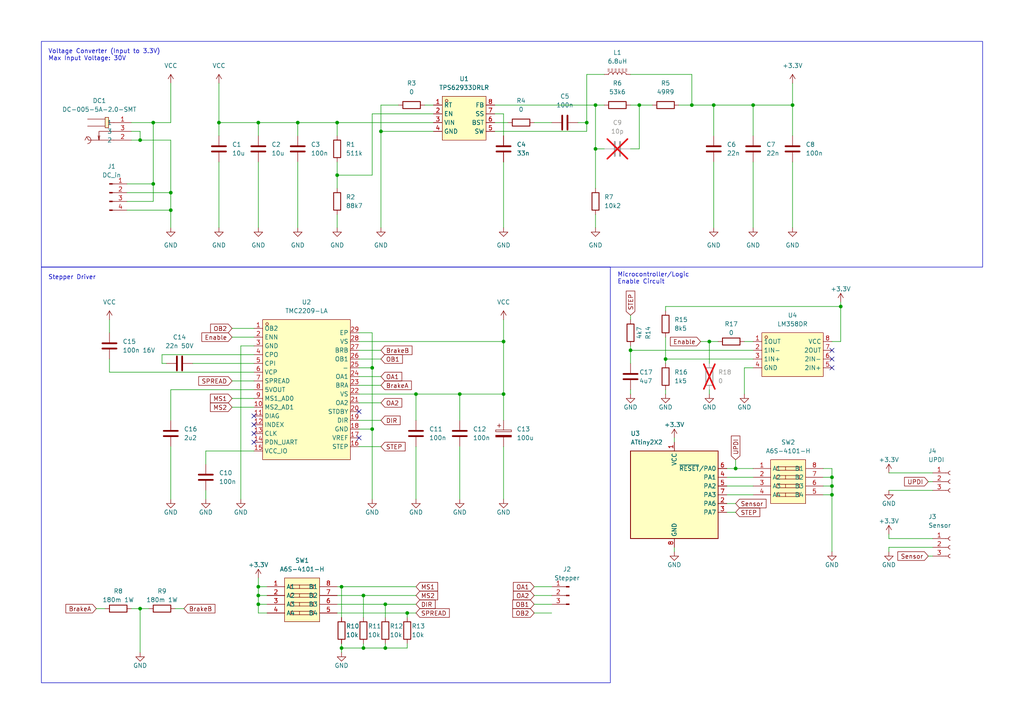
<source format=kicad_sch>
(kicad_sch (version 20230121) (generator eeschema)
  (paper "A4")
  (title_block (title "SuperSoaper") (date "2023-12-22") (rev "0.1.0") (company "Patrick Lermer") (comment 2 "OP-Amp: http://tinyurl.com/4c4j7ekx"))
  (lib_symbols
    (symbol "Connector:Conn_01x03_Pin" (pin_names (offset 1.016) hide)
      (property "Reference" "J" (at 0 5.08 0))
      (property "Value" "Conn_01x03_Pin" (at 0 -5.08 0))
      (symbol "Conn_01x03_Pin_1_1"
        (polyline (pts (xy 1.27 -2.54) (xy 0.8636 -2.54)) (stroke (width 0.1524)))
        (polyline (pts (xy 1.27 0) (xy 0.8636 0)) (stroke (width 0.1524)))
        (polyline (pts (xy 1.27 2.54) (xy 0.8636 2.54)) (stroke (width 0.1524)))
        (rectangle (start 0.8636 -2.413) (end 0 -2.667) (stroke (width 0.1524)) (fill (type outline)))
        (rectangle (start 0.8636 0.127) (end 0 -0.127) (stroke (width 0.1524)) (fill (type outline)))
        (rectangle (start 0.8636 2.667) (end 0 2.413) (stroke (width 0.1524)) (fill (type outline)))
        (pin passive line (at 5.08 2.54 180) (length 3.81) (name "Pin_1") (number "1"))
        (pin passive line (at 5.08 0 180) (length 3.81) (name "Pin_2") (number "2"))
        (pin passive line (at 5.08 -2.54 180) (length 3.81) (name "Pin_3") (number "3"))
      )
    )
    (symbol "Connector:Conn_01x03_Socket" (pin_names (offset 1.016) hide)
      (property "Reference" "J" (at 0 5.08 0))
      (property "Value" "Conn_01x03_Socket" (at 0 -5.08 0))
      (symbol "Conn_01x03_Socket_1_1"
        (arc (start 0 -2.032) (mid -0.5058 -2.54) (end 0 -3.048) (stroke (width 0.1524)))
        (polyline (pts (xy -1.27 -2.54) (xy -0.508 -2.54)) (stroke (width 0.1524)))
        (polyline (pts (xy -1.27 0) (xy -0.508 0)) (stroke (width 0.1524)))
        (polyline (pts (xy -1.27 2.54) (xy -0.508 2.54)) (stroke (width 0.1524)))
        (arc (start 0 0.508) (mid -0.5058 0) (end 0 -0.508) (stroke (width 0.1524)))
        (arc (start 0 3.048) (mid -0.5058 2.54) (end 0 2.032) (stroke (width 0.1524)))
        (pin passive line (at -5.08 2.54 0) (length 3.81) (name "Pin_1") (number "1"))
        (pin passive line (at -5.08 0 0) (length 3.81) (name "Pin_2") (number "2"))
        (pin passive line (at -5.08 -2.54 0) (length 3.81) (name "Pin_3") (number "3"))
      )
    )
    (symbol "Connector:Conn_01x04_Pin" (pin_names (offset 1.016) hide)
      (property "Reference" "J" (at 0 5.08 0))
      (property "Value" "Conn_01x04_Pin" (at 0 -7.62 0))
      (symbol "Conn_01x04_Pin_1_1"
        (polyline (pts (xy 1.27 -5.08) (xy 0.8636 -5.08)) (stroke (width 0.1524)))
        (polyline (pts (xy 1.27 -2.54) (xy 0.8636 -2.54)) (stroke (width 0.1524)))
        (polyline (pts (xy 1.27 0) (xy 0.8636 0)) (stroke (width 0.1524)))
        (polyline (pts (xy 1.27 2.54) (xy 0.8636 2.54)) (stroke (width 0.1524)))
        (rectangle (start 0.8636 -4.953) (end 0 -5.207) (stroke (width 0.1524)) (fill (type outline)))
        (rectangle (start 0.8636 -2.413) (end 0 -2.667) (stroke (width 0.1524)) (fill (type outline)))
        (rectangle (start 0.8636 0.127) (end 0 -0.127) (stroke (width 0.1524)) (fill (type outline)))
        (rectangle (start 0.8636 2.667) (end 0 2.413) (stroke (width 0.1524)) (fill (type outline)))
        (pin passive line (at 5.08 2.54 180) (length 3.81) (name "Pin_1") (number "1"))
        (pin passive line (at 5.08 0 180) (length 3.81) (name "Pin_2") (number "2"))
        (pin passive line (at 5.08 -2.54 180) (length 3.81) (name "Pin_3") (number "3"))
        (pin passive line (at 5.08 -5.08 180) (length 3.81) (name "Pin_4") (number "4"))
      )
    )
    (symbol "Device:C" (pin_numbers hide) (pin_names (offset 0.254))
      (property "Reference" "C" (at 0.635 2.54 0))
      (property "Value" "C" (at 0.635 -2.54 0))
      (symbol "C_0_1"
        (polyline (pts (xy -2.032 -0.762) (xy 2.032 -0.762)) (stroke (width 0.508)))
        (polyline (pts (xy -2.032 0.762) (xy 2.032 0.762)) (stroke (width 0.508)))
      )
      (symbol "C_1_1"
        (pin passive line (at 0 3.81 270) (length 2.794) (name "~") (number "1"))
        (pin passive line (at 0 -3.81 90) (length 2.794) (name "~") (number "2"))
      )
    )
    (symbol "Device:C_Polarized" (pin_numbers hide) (pin_names (offset 0.254))
      (property "Reference" "C" (at 0.635 2.54 0))
      (property "Value" "C_Polarized" (at 0.635 -2.54 0))
      (symbol "C_Polarized_0_1"
        (rectangle (start -2.286 0.508) (end 2.286 1.016))
        (polyline (pts (xy -1.778 2.286) (xy -0.762 2.286)))
        (polyline (pts (xy -1.27 2.794) (xy -1.27 1.778)))
        (rectangle (start 2.286 -0.508) (end -2.286 -1.016) (fill (type outline)))
      )
      (symbol "C_Polarized_1_1"
        (pin passive line (at 0 3.81 270) (length 2.794) (name "~") (number "1"))
        (pin passive line (at 0 -3.81 90) (length 2.794) (name "~") (number "2"))
      )
    )
    (symbol "Device:L_Ferrite" (pin_numbers hide) (pin_names (offset 1.016) hide)
      (property "Reference" "L" (at -1.27 0 90))
      (property "Value" "L_Ferrite" (at 2.794 0 90))
      (symbol "L_Ferrite_0_1"
        (arc (start 0 -2.54) (mid 0.6323 -1.905) (end 0 -1.27))
        (arc (start 0 -1.27) (mid 0.6323 -0.635) (end 0 0))
        (polyline (pts (xy 1.016 -2.794) (xy 1.016 -2.286)))
        (polyline (pts (xy 1.016 -1.778) (xy 1.016 -1.27)))
        (polyline (pts (xy 1.016 -0.762) (xy 1.016 -0.254)))
        (polyline (pts (xy 1.016 0.254) (xy 1.016 0.762)))
        (polyline (pts (xy 1.016 1.27) (xy 1.016 1.778)))
        (polyline (pts (xy 1.016 2.286) (xy 1.016 2.794)))
        (polyline (pts (xy 1.524 -2.286) (xy 1.524 -2.794)))
        (polyline (pts (xy 1.524 -1.27) (xy 1.524 -1.778)))
        (polyline (pts (xy 1.524 -0.254) (xy 1.524 -0.762)))
        (polyline (pts (xy 1.524 0.762) (xy 1.524 0.254)))
        (polyline (pts (xy 1.524 1.778) (xy 1.524 1.27)))
        (polyline (pts (xy 1.524 2.794) (xy 1.524 2.286)))
        (arc (start 0 0) (mid 0.6323 0.635) (end 0 1.27))
        (arc (start 0 1.27) (mid 0.6323 1.905) (end 0 2.54))
      )
      (symbol "L_Ferrite_1_1"
        (pin passive line (at 0 3.81 270) (length 1.27) (name "1") (number "1"))
        (pin passive line (at 0 -3.81 90) (length 1.27) (name "2") (number "2"))
      )
    )
    (symbol "Device:R" (pin_numbers hide) (pin_names (offset 0))
      (property "Reference" "R" (at 2.032 0 90))
      (property "Value" "R" (at 0 0 90))
      (symbol "R_0_1"
        (rectangle (start -1.016 -2.54) (end 1.016 2.54) (stroke (width 0.254)))
      )
      (symbol "R_1_1"
        (pin passive line (at 0 3.81 270) (length 1.27) (name "~") (number "1"))
        (pin passive line (at 0 -3.81 90) (length 1.27) (name "~") (number "2"))
      )
    )
    (symbol "MCU_Microchip_ATtiny:ATtiny202-SS"
      (property "Reference" "U" (at -12.7 13.97 0))
      (property "Value" "ATtiny202-SS" (at 2.54 -13.97 0))
      (symbol "ATtiny202-SS_0_1"
        (rectangle (start -12.7 -12.7) (end 12.7 12.7) (stroke (width 0.254)) (fill (type background)))
      )
      (symbol "ATtiny202-SS_1_1"
        (pin power_in line (at 0 15.24 270) (length 2.54) (name "VCC") (number "1"))
        (pin bidirectional line (at 15.24 -2.54 180) (length 2.54) (name "PA6") (number "2"))
        (pin bidirectional line (at 15.24 -5.08 180) (length 2.54) (name "PA7") (number "3"))
        (pin bidirectional line (at 15.24 5.08 180) (length 2.54) (name "PA1") (number "4"))
        (pin bidirectional line (at 15.24 2.54 180) (length 2.54) (name "PA2") (number "5"))
        (pin bidirectional line (at 15.24 7.62 180) (length 2.54) (name "~{RESET}/PA0") (number "6"))
        (pin bidirectional line (at 15.24 0 180) (length 2.54) (name "PA3") (number "7"))
        (pin power_in line (at 0 -15.24 90) (length 2.54) (name "GND") (number "8"))
      )
    )
    (symbol "easyeda2kicad:A6S-4101-H"
      (property "Reference" "SW" (at 0 7.62 0))
      (property "Value" "A6S-4101-H" (at 0 -10.16 0))
      (symbol "A6S-4101-H_0_1"
        (rectangle (start -5.08 5.08) (end 5.08 -7.62) (fill (type background)))
        (polyline (pts (xy -3.3 -5.59) (xy -3.3 -4.57)))
        (polyline (pts (xy -3.3 -4.57) (xy 3.3 -4.57)))
        (polyline (pts (xy -3.3 -3.05) (xy -3.3 -2.03)))
        (polyline (pts (xy -3.3 -2.03) (xy 3.3 -2.03)))
        (polyline (pts (xy -3.3 -0.51) (xy -3.3 0.51)))
        (polyline (pts (xy -3.3 0.51) (xy 3.3 0.51)))
        (polyline (pts (xy -3.3 2.03) (xy -3.3 3.05)))
        (polyline (pts (xy -3.3 3.05) (xy 3.3 3.05)))
        (polyline (pts (xy -0.76 -4.57) (xy -0.76 -5.59)))
        (polyline (pts (xy -0.76 -2.03) (xy -0.76 -3.05)))
        (polyline (pts (xy -0.76 0.51) (xy -0.76 -0.51)))
        (polyline (pts (xy -0.76 3.05) (xy -0.76 2.03)))
        (polyline (pts (xy 3.3 -5.59) (xy -3.3 -5.59)))
        (polyline (pts (xy 3.3 -4.57) (xy 3.3 -5.59)))
        (polyline (pts (xy 3.3 -3.05) (xy -3.3 -3.05)))
        (polyline (pts (xy 3.3 -2.03) (xy 3.3 -3.05)))
        (polyline (pts (xy 3.3 -0.51) (xy -3.3 -0.51)))
        (polyline (pts (xy 3.3 0.51) (xy 3.3 -0.51)))
        (polyline (pts (xy 3.3 2.03) (xy -3.3 2.03)))
        (polyline (pts (xy 3.3 3.05) (xy 3.3 2.03)))
        (pin input line (at -10.16 2.54 0) (length 5.08) (name "A1") (number "1"))
        (pin input line (at -10.16 0 0) (length 5.08) (name "A2") (number "2"))
        (pin input line (at -10.16 -2.54 0) (length 5.08) (name "A3") (number "3"))
        (pin input line (at -10.16 -5.08 0) (length 5.08) (name "A4") (number "4"))
        (pin input line (at 10.16 -5.08 180) (length 5.08) (name "B4") (number "5"))
        (pin input line (at 10.16 -2.54 180) (length 5.08) (name "B3") (number "6"))
        (pin input line (at 10.16 0 180) (length 5.08) (name "B2") (number "7"))
        (pin input line (at 10.16 2.54 180) (length 5.08) (name "B1") (number "8"))
      )
    )
    (symbol "easyeda2kicad:DC-005-5A-2.0-SMT"
      (property "Reference" "DC" (at 0 7.62 0))
      (property "Value" "DC-005-5A-2.0-SMT" (at 0 -7.62 0))
      (symbol "DC-005-5A-2.0-SMT_0_1"
        (arc (start -5.08 -3.56) (mid -4.0979 -2.54) (end -5.08 -1.52))
        (polyline (pts (xy -1.78 -2.54) (xy -1.52 -1.27)))
        (polyline (pts (xy 0 1.52) (xy -5.08 1.52)))
        (polyline (pts (xy 0 3.56) (xy -5.08 3.56)))
        (polyline (pts (xy 2.54 2.54) (xy 1.02 2.54)))
        (polyline (pts (xy 2.54 -2.54) (xy -4.83 -2.54) (xy -5.33 -1.52) (xy -5.84 -2.54)))
        (polyline (pts (xy 2.54 0) (xy -1.78 0) (xy -1.78 -2.54) (xy -2.03 -1.27)))
        (rectangle (start 0 4.06) (end 1.02 1.02) (fill (type background)))
        (pin unspecified line (at 7.62 2.54 180) (length 5.08) (name "1") (number "1"))
        (pin unspecified line (at 7.62 -2.54 180) (length 5.08) (name "2") (number "2"))
        (pin unspecified line (at 7.62 0 180) (length 5.08) (name "3") (number "3"))
      )
    )
    (symbol "easyeda2kicad:LM358DR"
      (property "Reference" "U" (at 0 8.89 0))
      (property "Value" "LM358DR" (at 0 -8.89 0))
      (symbol "LM358DR_0_1"
        (rectangle (start -8.89 6.35) (end 8.89 -6.35) (fill (type background)))
        (circle (center -7.62 5.08) (radius 0.38))
        (pin unspecified line (at -11.43 3.81 0) (length 2.54) (name "1OUT") (number "1"))
        (pin unspecified line (at -11.43 1.27 0) (length 2.54) (name "1IN-") (number "2"))
        (pin unspecified line (at -11.43 -1.27 0) (length 2.54) (name "1IN+") (number "3"))
        (pin unspecified line (at -11.43 -3.81 0) (length 2.54) (name "GND") (number "4"))
        (pin unspecified line (at 11.43 -3.81 180) (length 2.54) (name "2IN+") (number "5"))
        (pin unspecified line (at 11.43 -1.27 180) (length 2.54) (name "2IN-") (number "6"))
        (pin unspecified line (at 11.43 1.27 180) (length 2.54) (name "2OUT") (number "7"))
        (pin unspecified line (at 11.43 3.81 180) (length 2.54) (name "VCC") (number "8"))
      )
    )
    (symbol "easyeda2kicad:TMC2209-LA"
      (property "Reference" "U" (at 0 22.86 0))
      (property "Value" "TMC2209-LA" (at 0 -22.86 0))
      (symbol "TMC2209-LA_0_1"
        (rectangle (start -12.7 20.32) (end 12.7 -20.32) (fill (type background)))
        (circle (center -11.43 19.05) (radius 0.38))
        (pin unspecified line (at -15.24 17.78 0) (length 2.54) (name "OB2") (number "1"))
        (pin unspecified line (at -15.24 -5.08 0) (length 2.54) (name "MS2_AD1") (number "10"))
        (pin unspecified line (at -15.24 -7.62 0) (length 2.54) (name "DIAG") (number "11"))
        (pin unspecified line (at -15.24 -10.16 0) (length 2.54) (name "INDEX") (number "12"))
        (pin unspecified line (at -15.24 -12.7 0) (length 2.54) (name "CLK") (number "13"))
        (pin unspecified line (at -15.24 -15.24 0) (length 2.54) (name "PDN_UART") (number "14"))
        (pin unspecified line (at -15.24 -17.78 0) (length 2.54) (name "VCC_IO") (number "15"))
        (pin unspecified line (at 15.24 -16.51 180) (length 2.54) (name "STEP") (number "16"))
        (pin unspecified line (at 15.24 -13.97 180) (length 2.54) (name "VREF") (number "17"))
        (pin unspecified line (at 15.24 -11.43 180) (length 2.54) (name "GND") (number "18"))
        (pin unspecified line (at 15.24 -8.89 180) (length 2.54) (name "DIR") (number "19"))
        (pin unspecified line (at -15.24 15.24 0) (length 2.54) (name "ENN") (number "2"))
        (pin unspecified line (at 15.24 -6.35 180) (length 2.54) (name "STDBY") (number "20"))
        (pin unspecified line (at 15.24 -3.81 180) (length 2.54) (name "OA2") (number "21"))
        (pin unspecified line (at 15.24 -1.27 180) (length 2.54) (name "VS") (number "22"))
        (pin unspecified line (at 15.24 1.27 180) (length 2.54) (name "BRA") (number "23"))
        (pin unspecified line (at 15.24 3.81 180) (length 2.54) (name "OA1") (number "24"))
        (pin unspecified line (at 15.24 6.35 180) (length 2.54) (name "-") (number "25"))
        (pin unspecified line (at 15.24 8.89 180) (length 2.54) (name "OB1") (number "26"))
        (pin unspecified line (at 15.24 11.43 180) (length 2.54) (name "BRB") (number "27"))
        (pin unspecified line (at 15.24 13.97 180) (length 2.54) (name "VS") (number "28"))
        (pin unspecified line (at 15.24 16.51 180) (length 2.54) (name "EP") (number "29"))
        (pin unspecified line (at -15.24 12.7 0) (length 2.54) (name "GND") (number "3"))
        (pin unspecified line (at -15.24 10.16 0) (length 2.54) (name "CPO") (number "4"))
        (pin unspecified line (at -15.24 7.62 0) (length 2.54) (name "CPI") (number "5"))
        (pin unspecified line (at -15.24 5.08 0) (length 2.54) (name "VCP") (number "6"))
        (pin unspecified line (at -15.24 2.54 0) (length 2.54) (name "SPREAD") (number "7"))
        (pin unspecified line (at -15.24 0 0) (length 2.54) (name "5VOUT") (number "8"))
        (pin unspecified line (at -15.24 -2.54 0) (length 2.54) (name "MS1_AD0") (number "9"))
      )
    )
    (symbol "easyeda2kicad:TPS62933DRLR"
      (property "Reference" "U" (at 0 10.16 0))
      (property "Value" "TPS62933DRLR" (at 0 -7.62 0))
      (symbol "TPS62933DRLR_0_1"
        (rectangle (start -7.62 7.62) (end 5.08 -5.08) (fill (type background)))
        (circle (center -6.35 6.35) (radius 0.38))
        (pin unspecified line (at -10.16 5.08 0) (length 2.54) (name "RT") (number "1"))
        (pin unspecified line (at -10.16 2.54 0) (length 2.54) (name "EN") (number "2"))
        (pin unspecified line (at -10.16 0 0) (length 2.54) (name "VIN") (number "3"))
        (pin unspecified line (at -10.16 -2.54 0) (length 2.54) (name "GND") (number "4"))
        (pin unspecified line (at 7.62 -2.54 180) (length 2.54) (name "SW") (number "5"))
        (pin unspecified line (at 7.62 0 180) (length 2.54) (name "BST") (number "6"))
        (pin unspecified line (at 7.62 2.54 180) (length 2.54) (name "SS") (number "7"))
        (pin unspecified line (at 7.62 5.08 180) (length 2.54) (name "FB") (number "8"))
      )
    )
    (symbol "power:+3.3V" (power) (pin_names (offset 0))
      (property "Value" "+3.3V" (at 0 3.556 0))
      (symbol "+3.3V_0_1"
        (polyline (pts (xy -0.762 1.27) (xy 0 2.54)))
        (polyline (pts (xy 0 0) (xy 0 2.54)))
        (polyline (pts (xy 0 2.54) (xy 0.762 1.27)))
      )
      (symbol "+3.3V_1_1"
        (pin power_in line (at 0 0 90) (length 0) hide (name "+3.3V") (number "1"))
      )
    )
    (symbol "power:GND" (power) (pin_names (offset 0))
      (property "Value" "GND" (at 0 -3.81 0))
      (symbol "GND_0_1"
        (polyline (pts (xy 0 0) (xy 0 -1.27) (xy 1.27 -1.27) (xy 0 -2.54) (xy -1.27 -1.27) (xy 0 -1.27)))
      )
      (symbol "GND_1_1"
        (pin power_in line (at 0 0 270) (length 0) hide (name "GND") (number "1"))
      )
    )
    (symbol "power:VCC" (power) (pin_names (offset 0))
      (property "Value" "VCC" (at 0 3.81 0))
      (symbol "VCC_0_1"
        (polyline (pts (xy -0.762 1.27) (xy 0 2.54)))
        (polyline (pts (xy 0 0) (xy 0 2.54)))
        (polyline (pts (xy 0 2.54) (xy 0.762 1.27)))
      )
      (symbol "VCC_1_1"
        (pin power_in line (at 0 0 90) (length 0) hide (name "VCC") (number "1"))
      )
    )
  )
  (junction (at 86.36 35.56))
  (junction (at 74.93 172.72))
  (junction (at 243.84 88.9))
  (junction (at 99.06 187.96))
  (junction (at 172.72 30.48))
  (junction (at 74.93 175.26))
  (junction (at 200.66 30.48))
  (junction (at 111.76 175.26))
  (junction (at 172.72 43.18))
  (junction (at 74.93 170.18))
  (junction (at 107.95 124.46))
  (junction (at 120.65 114.3))
  (junction (at 213.36 135.89))
  (junction (at 49.53 60.96))
  (junction (at 182.88 101.6))
  (junction (at 218.44 30.48))
  (junction (at 97.79 35.56))
  (junction (at 133.35 114.3))
  (junction (at 111.76 187.96))
  (junction (at 105.41 172.72))
  (junction (at 44.45 53.34))
  (junction (at 99.06 170.18))
  (junction (at 44.45 35.56))
  (junction (at 107.95 106.68))
  (junction (at 241.3 140.97))
  (junction (at 97.79 50.8))
  (junction (at 205.74 99.06))
  (junction (at 207.01 30.48))
  (junction (at 146.05 114.3))
  (junction (at 63.5 35.56))
  (junction (at 185.42 30.48))
  (junction (at 170.18 35.56))
  (junction (at 229.87 30.48))
  (junction (at 110.49 38.1))
  (junction (at 40.64 40.64))
  (junction (at 193.04 104.14))
  (junction (at 105.41 187.96))
  (junction (at 241.3 143.51))
  (junction (at 74.93 35.56))
  (junction (at 146.05 99.06))
  (junction (at 40.64 176.53))
  (junction (at 118.11 177.8))
  (junction (at 241.3 138.43))
  (junction (at 49.53 55.88))
  (no_connect (at 241.3 106.68))
  (no_connect (at 241.3 101.6))
  (no_connect (at 73.66 123.19))
  (no_connect (at 73.66 125.73))
  (no_connect (at 241.3 104.14))
  (no_connect (at 73.66 128.27))
  (no_connect (at 104.14 127))
  (no_connect (at 73.66 120.65))
  (no_connect (at 104.14 119.38))
  (wire (pts (xy 31.75 107.95) (xy 31.75 104.14)))
  (wire (pts (xy 154.94 177.8) (xy 160.02 177.8)))
  (wire (pts (xy 38.1 38.1) (xy 40.64 38.1)))
  (wire (pts (xy 74.93 39.37) (xy 74.93 35.56)))
  (wire (pts (xy 107.95 124.46) (xy 107.95 144.78)))
  (wire (pts (xy 97.79 35.56) (xy 125.73 35.56)))
  (wire (pts (xy 115.57 30.48) (xy 110.49 30.48)))
  (wire (pts (xy 49.53 121.92) (xy 49.53 113.03)))
  (wire (pts (xy 243.84 88.9) (xy 243.84 99.06)))
  (wire (pts (xy 38.1 176.53) (xy 40.64 176.53)))
  (wire (pts (xy 74.93 167.64) (xy 74.93 170.18)))
  (wire (pts (xy 40.64 176.53) (xy 40.64 189.23)))
  (wire (pts (xy 123.19 30.48) (xy 125.73 30.48)))
  (wire (pts (xy 110.49 116.84) (xy 104.14 116.84)))
  (wire (pts (xy 172.72 30.48) (xy 175.26 30.48)))
  (wire (pts (xy 241.3 140.97) (xy 241.3 138.43)))
  (wire (pts (xy 146.05 99.06) (xy 146.05 114.3)))
  (wire (pts (xy 203.2 99.06) (xy 205.74 99.06)))
  (wire (pts (xy 257.81 156.21) (xy 257.81 154.94)))
  (wire (pts (xy 229.87 39.37) (xy 229.87 30.48)))
  (wire (pts (xy 218.44 140.97) (xy 210.82 140.97)))
  (wire (pts (xy 269.24 139.7) (xy 270.51 139.7)))
  (wire (pts (xy 205.74 114.3) (xy 205.74 113.03)))
  (wire (pts (xy 170.18 35.56) (xy 167.64 35.56)))
  (wire (pts (xy 207.01 66.04) (xy 207.01 46.99)))
  (wire (pts (xy 118.11 187.96) (xy 111.76 187.96)))
  (wire (pts (xy 213.36 133.35) (xy 213.36 135.89)))
  (wire (pts (xy 49.53 60.96) (xy 49.53 66.04)))
  (wire (pts (xy 205.74 99.06) (xy 205.74 105.41)))
  (wire (pts (xy 146.05 144.78) (xy 146.05 129.54)))
  (wire (pts (xy 147.32 35.56) (xy 143.51 35.56)))
  (wire (pts (xy 215.9 106.68) (xy 218.44 106.68)))
  (wire (pts (xy 110.49 66.04) (xy 110.49 38.1)))
  (wire (pts (xy 269.24 161.29) (xy 270.51 161.29)))
  (wire (pts (xy 67.31 110.49) (xy 73.66 110.49)))
  (wire (pts (xy 243.84 87.63) (xy 243.84 88.9)))
  (wire (pts (xy 146.05 92.71) (xy 146.05 99.06)))
  (wire (pts (xy 172.72 43.18) (xy 175.26 43.18)))
  (wire (pts (xy 111.76 175.26) (xy 97.79 175.26)))
  (wire (pts (xy 133.35 144.78) (xy 133.35 129.54)))
  (wire (pts (xy 133.35 114.3) (xy 146.05 114.3)))
  (wire (pts (xy 99.06 186.69) (xy 99.06 187.96)))
  (wire (pts (xy 146.05 33.02) (xy 146.05 39.37)))
  (wire (pts (xy 193.04 104.14) (xy 193.04 105.41)))
  (wire (pts (xy 49.53 144.78) (xy 49.53 129.54)))
  (wire (pts (xy 213.36 135.89) (xy 210.82 135.89)))
  (wire (pts (xy 74.93 175.26) (xy 77.47 175.26)))
  (wire (pts (xy 210.82 143.51) (xy 218.44 143.51)))
  (wire (pts (xy 74.93 177.8) (xy 77.47 177.8)))
  (wire (pts (xy 73.66 130.81) (xy 59.69 130.81)))
  (wire (pts (xy 59.69 144.78) (xy 59.69 142.24)))
  (wire (pts (xy 74.93 170.18) (xy 74.93 172.72)))
  (wire (pts (xy 218.44 66.04) (xy 218.44 46.99)))
  (wire (pts (xy 243.84 99.06) (xy 241.3 99.06)))
  (wire (pts (xy 105.41 187.96) (xy 99.06 187.96)))
  (wire (pts (xy 111.76 187.96) (xy 105.41 187.96)))
  (wire (pts (xy 111.76 186.69) (xy 111.76 187.96)))
  (wire (pts (xy 218.44 30.48) (xy 229.87 30.48)))
  (wire (pts (xy 104.14 99.06) (xy 146.05 99.06)))
  (wire (pts (xy 207.01 30.48) (xy 200.66 30.48)))
  (wire (pts (xy 215.9 99.06) (xy 218.44 99.06)))
  (wire (pts (xy 38.1 35.56) (xy 44.45 35.56)))
  (wire (pts (xy 86.36 35.56) (xy 97.79 35.56)))
  (wire (pts (xy 120.65 114.3) (xy 133.35 114.3)))
  (wire (pts (xy 44.45 53.34) (xy 44.45 35.56)))
  (wire (pts (xy 170.18 21.59) (xy 175.26 21.59)))
  (wire (pts (xy 67.31 95.25) (xy 73.66 95.25)))
  (wire (pts (xy 133.35 121.92) (xy 133.35 114.3)))
  (wire (pts (xy 193.04 104.14) (xy 218.44 104.14)))
  (wire (pts (xy 160.02 35.56) (xy 154.94 35.56)))
  (wire (pts (xy 107.95 33.02) (xy 107.95 50.8)))
  (wire (pts (xy 146.05 121.92) (xy 146.05 114.3)))
  (wire (pts (xy 86.36 46.99) (xy 86.36 66.04)))
  (wire (pts (xy 40.64 176.53) (xy 43.18 176.53)))
  (wire (pts (xy 207.01 39.37) (xy 207.01 30.48)))
  (wire (pts (xy 44.45 58.42) (xy 36.83 58.42)))
  (wire (pts (xy 49.53 40.64) (xy 49.53 55.88)))
  (wire (pts (xy 67.31 118.11) (xy 73.66 118.11)))
  (wire (pts (xy 99.06 187.96) (xy 99.06 189.23)))
  (wire (pts (xy 120.65 177.8) (xy 118.11 177.8)))
  (wire (pts (xy 238.76 143.51) (xy 241.3 143.51)))
  (wire (pts (xy 97.79 66.04) (xy 97.79 62.23)))
  (wire (pts (xy 257.81 142.24) (xy 270.51 142.24)))
  (wire (pts (xy 172.72 54.61) (xy 172.72 43.18)))
  (wire (pts (xy 31.75 107.95) (xy 73.66 107.95)))
  (wire (pts (xy 182.88 114.3) (xy 182.88 113.03)))
  (wire (pts (xy 185.42 30.48) (xy 185.42 43.18)))
  (wire (pts (xy 218.44 39.37) (xy 218.44 30.48)))
  (wire (pts (xy 182.88 21.59) (xy 200.66 21.59)))
  (wire (pts (xy 172.72 66.04) (xy 172.72 62.23)))
  (wire (pts (xy 172.72 30.48) (xy 143.51 30.48)))
  (wire (pts (xy 120.65 114.3) (xy 104.14 114.3)))
  (wire (pts (xy 44.45 35.56) (xy 49.53 35.56)))
  (wire (pts (xy 195.58 127) (xy 195.58 128.27)))
  (wire (pts (xy 118.11 186.69) (xy 118.11 187.96)))
  (wire (pts (xy 182.88 43.18) (xy 185.42 43.18)))
  (wire (pts (xy 125.73 33.02) (xy 107.95 33.02)))
  (wire (pts (xy 270.51 156.21) (xy 257.81 156.21)))
  (wire (pts (xy 67.31 97.79) (xy 73.66 97.79)))
  (wire (pts (xy 49.53 113.03) (xy 73.66 113.03)))
  (wire (pts (xy 97.79 50.8) (xy 97.79 54.61)))
  (wire (pts (xy 118.11 177.8) (xy 97.79 177.8)))
  (wire (pts (xy 238.76 138.43) (xy 241.3 138.43)))
  (wire (pts (xy 110.49 30.48) (xy 110.49 38.1)))
  (wire (pts (xy 104.14 124.46) (xy 107.95 124.46)))
  (wire (pts (xy 200.66 21.59) (xy 200.66 30.48)))
  (wire (pts (xy 74.93 35.56) (xy 86.36 35.56)))
  (wire (pts (xy 182.88 100.33) (xy 182.88 101.6)))
  (wire (pts (xy 55.88 105.41) (xy 73.66 105.41)))
  (wire (pts (xy 110.49 101.6) (xy 104.14 101.6)))
  (wire (pts (xy 182.88 101.6) (xy 182.88 105.41)))
  (wire (pts (xy 69.85 144.78) (xy 69.85 100.33)))
  (wire (pts (xy 270.51 158.75) (xy 257.81 158.75)))
  (wire (pts (xy 69.85 100.33) (xy 73.66 100.33)))
  (wire (pts (xy 215.9 114.3) (xy 215.9 106.68)))
  (wire (pts (xy 40.64 40.64) (xy 49.53 40.64)))
  (wire (pts (xy 210.82 148.59) (xy 213.36 148.59)))
  (wire (pts (xy 48.26 105.41) (xy 46.99 105.41)))
  (wire (pts (xy 120.65 144.78) (xy 120.65 129.54)))
  (wire (pts (xy 170.18 21.59) (xy 170.18 35.56)))
  (wire (pts (xy 30.48 176.53) (xy 27.94 176.53)))
  (wire (pts (xy 120.65 175.26) (xy 111.76 175.26)))
  (wire (pts (xy 104.14 96.52) (xy 107.95 96.52)))
  (wire (pts (xy 257.81 137.16) (xy 270.51 137.16)))
  (wire (pts (xy 185.42 30.48) (xy 189.23 30.48)))
  (wire (pts (xy 49.53 35.56) (xy 49.53 24.13)))
  (wire (pts (xy 110.49 104.14) (xy 104.14 104.14)))
  (wire (pts (xy 207.01 30.48) (xy 218.44 30.48)))
  (wire (pts (xy 74.93 172.72) (xy 74.93 175.26)))
  (wire (pts (xy 40.64 40.64) (xy 40.64 38.1)))
  (wire (pts (xy 218.44 138.43) (xy 210.82 138.43)))
  (wire (pts (xy 86.36 35.56) (xy 86.36 39.37)))
  (wire (pts (xy 36.83 60.96) (xy 49.53 60.96)))
  (wire (pts (xy 193.04 88.9) (xy 193.04 90.17)))
  (wire (pts (xy 97.79 39.37) (xy 97.79 35.56)))
  (wire (pts (xy 241.3 143.51) (xy 241.3 140.97)))
  (wire (pts (xy 46.99 102.87) (xy 73.66 102.87)))
  (wire (pts (xy 182.88 101.6) (xy 218.44 101.6)))
  (wire (pts (xy 50.8 176.53) (xy 53.34 176.53)))
  (wire (pts (xy 154.94 175.26) (xy 160.02 175.26)))
  (wire (pts (xy 229.87 66.04) (xy 229.87 46.99)))
  (wire (pts (xy 154.94 172.72) (xy 160.02 172.72)))
  (wire (pts (xy 36.83 53.34) (xy 44.45 53.34)))
  (wire (pts (xy 44.45 53.34) (xy 44.45 58.42)))
  (wire (pts (xy 172.72 43.18) (xy 172.72 30.48)))
  (wire (pts (xy 193.04 97.79) (xy 193.04 104.14)))
  (wire (pts (xy 110.49 109.22) (xy 104.14 109.22)))
  (wire (pts (xy 107.95 106.68) (xy 107.95 124.46)))
  (wire (pts (xy 105.41 172.72) (xy 97.79 172.72)))
  (wire (pts (xy 200.66 30.48) (xy 196.85 30.48)))
  (wire (pts (xy 120.65 170.18) (xy 99.06 170.18)))
  (wire (pts (xy 111.76 179.07) (xy 111.76 175.26)))
  (wire (pts (xy 241.3 135.89) (xy 241.3 138.43)))
  (wire (pts (xy 97.79 46.99) (xy 97.79 50.8)))
  (wire (pts (xy 107.95 96.52) (xy 107.95 106.68)))
  (wire (pts (xy 118.11 179.07) (xy 118.11 177.8)))
  (wire (pts (xy 154.94 170.18) (xy 160.02 170.18)))
  (wire (pts (xy 99.06 179.07) (xy 99.06 170.18)))
  (wire (pts (xy 218.44 135.89) (xy 213.36 135.89)))
  (wire (pts (xy 105.41 186.69) (xy 105.41 187.96)))
  (wire (pts (xy 143.51 33.02) (xy 146.05 33.02)))
  (wire (pts (xy 63.5 39.37) (xy 63.5 35.56)))
  (wire (pts (xy 110.49 38.1) (xy 125.73 38.1)))
  (wire (pts (xy 195.58 160.02) (xy 195.58 158.75)))
  (wire (pts (xy 74.93 175.26) (xy 74.93 177.8)))
  (wire (pts (xy 46.99 105.41) (xy 46.99 102.87)))
  (wire (pts (xy 210.82 146.05) (xy 213.36 146.05)))
  (wire (pts (xy 77.47 170.18) (xy 74.93 170.18)))
  (wire (pts (xy 238.76 135.89) (xy 241.3 135.89)))
  (wire (pts (xy 257.81 158.75) (xy 257.81 160.02)))
  (wire (pts (xy 146.05 66.04) (xy 146.05 46.99)))
  (wire (pts (xy 205.74 99.06) (xy 208.28 99.06)))
  (wire (pts (xy 182.88 30.48) (xy 185.42 30.48)))
  (wire (pts (xy 238.76 140.97) (xy 241.3 140.97)))
  (wire (pts (xy 63.5 35.56) (xy 74.93 35.56)))
  (wire (pts (xy 63.5 24.13) (xy 63.5 35.56)))
  (wire (pts (xy 120.65 172.72) (xy 105.41 172.72)))
  (wire (pts (xy 241.3 143.51) (xy 241.3 160.02)))
  (wire (pts (xy 193.04 114.3) (xy 193.04 113.03)))
  (wire (pts (xy 110.49 121.92) (xy 104.14 121.92)))
  (wire (pts (xy 143.51 38.1) (xy 170.18 38.1)))
  (wire (pts (xy 49.53 55.88) (xy 49.53 60.96)))
  (wire (pts (xy 97.79 50.8) (xy 107.95 50.8)))
  (wire (pts (xy 120.65 121.92) (xy 120.65 114.3)))
  (wire (pts (xy 74.93 66.04) (xy 74.93 46.99)))
  (wire (pts (xy 59.69 130.81) (xy 59.69 134.62)))
  (wire (pts (xy 193.04 88.9) (xy 243.84 88.9)))
  (wire (pts (xy 170.18 38.1) (xy 170.18 35.56)))
  (wire (pts (xy 74.93 172.72) (xy 77.47 172.72)))
  (wire (pts (xy 110.49 111.76) (xy 104.14 111.76)))
  (wire (pts (xy 99.06 170.18) (xy 97.79 170.18)))
  (wire (pts (xy 104.14 129.54) (xy 110.49 129.54)))
  (wire (pts (xy 67.31 115.57) (xy 73.66 115.57)))
  (wire (pts (xy 104.14 106.68) (xy 107.95 106.68)))
  (wire (pts (xy 38.1 40.64) (xy 40.64 40.64)))
  (wire (pts (xy 63.5 66.04) (xy 63.5 46.99)))
  (wire (pts (xy 229.87 24.13) (xy 229.87 30.48)))
  (wire (pts (xy 31.75 96.52) (xy 31.75 92.71)))
  (wire (pts (xy 182.88 91.44) (xy 182.88 92.71)))
  (wire (pts (xy 36.83 55.88) (xy 49.53 55.88)))
  (wire (pts (xy 105.41 172.72) (xy 105.41 179.07)))
  (rectangle (start 12.0039 77.47) (end 177.0259 198.0284))
  (rectangle (start 12.0017 12.0021) (end 285.0019 77.47))
  (text "Stepper Driver" (at 13.97 81.28 0) (effects (font (size 1.27 1.27)) (justify left bottom)))
  (text "Voltage Converter (Input to 3.3V)\nMax Input Voltage: 30V" (at 13.97 17.78 0) (effects (font (size 1.27 1.27)) (justify left bottom)))
  (text "Microcontroller/Logic\nEnable Circuit" (at 179.07 82.55 0) (effects (font (size 1.27 1.27)) (justify left bottom)))
  (global_label "OA2" (shape input) (at 154.94 172.72 180) (property "Intersheetrefs" "${INTERSHEET_REFS}" (effects hide)))
  (global_label "Enable" (shape input) (at 203.2 99.06 180) (property "Intersheetrefs" "${INTERSHEET_REFS}" (effects hide)))
  (global_label "BrakeB" (shape input) (at 110.49 101.6 0) (property "Intersheetrefs" "${INTERSHEET_REFS}" (effects hide)))
  (global_label "SPREAD" (shape input) (at 120.65 177.8 0) (property "Intersheetrefs" "${INTERSHEET_REFS}" (effects hide)))
  (global_label "DIR" (shape input) (at 110.49 121.92 0) (property "Intersheetrefs" "${INTERSHEET_REFS}" (effects hide)))
  (global_label "UPDI" (shape input) (at 213.36 133.35 90) (property "Intersheetrefs" "${INTERSHEET_REFS}" (effects hide)))
  (global_label "OA2" (shape input) (at 110.49 116.84 0) (property "Intersheetrefs" "${INTERSHEET_REFS}" (effects hide)))
  (global_label "OB1" (shape input) (at 154.94 175.26 180) (property "Intersheetrefs" "${INTERSHEET_REFS}" (effects hide)))
  (global_label "Sensor" (shape input) (at 269.24 161.29 180) (property "Intersheetrefs" "${INTERSHEET_REFS}" (effects hide)))
  (global_label "OA1" (shape input) (at 154.94 170.18 180) (property "Intersheetrefs" "${INTERSHEET_REFS}" (effects hide)))
  (global_label "DIR" (shape input) (at 120.65 175.26 0) (property "Intersheetrefs" "${INTERSHEET_REFS}" (effects hide)))
  (global_label "MS2" (shape input) (at 67.31 118.11 180) (property "Intersheetrefs" "${INTERSHEET_REFS}" (effects hide)))
  (global_label "OA1" (shape input) (at 110.49 109.22 0) (property "Intersheetrefs" "${INTERSHEET_REFS}" (effects hide)))
  (global_label "BrakeA" (shape input) (at 27.94 176.53 180) (property "Intersheetrefs" "${INTERSHEET_REFS}" (effects hide)))
  (global_label "STEP" (shape input) (at 182.88 91.44 90) (property "Intersheetrefs" "${INTERSHEET_REFS}" (effects hide)))
  (global_label "BrakeB" (shape input) (at 53.34 176.53 0) (property "Intersheetrefs" "${INTERSHEET_REFS}" (effects hide)))
  (global_label "MS1" (shape input) (at 120.65 170.18 0) (property "Intersheetrefs" "${INTERSHEET_REFS}" (effects hide)))
  (global_label "MS2" (shape input) (at 120.65 172.72 0) (property "Intersheetrefs" "${INTERSHEET_REFS}" (effects hide)))
  (global_label "OB1" (shape input) (at 110.49 104.14 0) (property "Intersheetrefs" "${INTERSHEET_REFS}" (effects hide)))
  (global_label "BrakeA" (shape input) (at 110.49 111.76 0) (property "Intersheetrefs" "${INTERSHEET_REFS}" (effects hide)))
  (global_label "STEP" (shape input) (at 213.36 148.59 0) (property "Intersheetrefs" "${INTERSHEET_REFS}" (effects hide)))
  (global_label "OB2" (shape input) (at 67.31 95.25 180) (property "Intersheetrefs" "${INTERSHEET_REFS}" (effects hide)))
  (global_label "OB2" (shape input) (at 154.94 177.8 180) (property "Intersheetrefs" "${INTERSHEET_REFS}" (effects hide)))
  (global_label "SPREAD" (shape input) (at 67.31 110.49 180) (property "Intersheetrefs" "${INTERSHEET_REFS}" (effects hide)))
  (global_label "STEP" (shape input) (at 110.49 129.54 0) (property "Intersheetrefs" "${INTERSHEET_REFS}" (effects hide)))
  (global_label "Sensor" (shape input) (at 213.36 146.05 0) (property "Intersheetrefs" "${INTERSHEET_REFS}" (effects hide)))
  (global_label "UPDI" (shape input) (at 269.24 139.7 180) (property "Intersheetrefs" "${INTERSHEET_REFS}" (effects hide)))
  (global_label "Enable" (shape input) (at 67.31 97.79 180) (property "Intersheetrefs" "${INTERSHEET_REFS}" (effects hide)))
  (global_label "MS1" (shape input) (at 67.31 115.57 180) (property "Intersheetrefs" "${INTERSHEET_REFS}" (effects hide)))
  (symbol (lib_id "Connector:Conn_01x04_Pin") (at 31.75 55.88 0) (unit 1)
    (property "Reference" "J1" (at 32.385 48.26 0))
    (property "Value" "DC_in" (at 32.385 50.8 0))
    (property "Footprint" "easyeda2kicad:CONN-TH_B4B-XH-A-LF-SN" (effects hide))
  )
  (symbol (lib_id "Device:C") (at 146.05 43.18 180) (unit 1)
    (property "Reference" "C4" (at 149.86 41.91 0) (effects (justify right)))
    (property "Value" "33n" (at 149.86 44.45 0) (effects (justify right)))
    (property "Footprint" "Capacitor_SMD:C_0603_1608Metric" (effects hide))
  )
  (symbol (lib_id "Device:C") (at 133.35 125.73 0) (unit 1)
    (property "Reference" "C12" (at 137.16 124.46 0) (effects (justify left)))
    (property "Value" "100n" (at 137.16 127 0) (effects (justify left)))
    (property "Footprint" "Capacitor_SMD:C_0603_1608Metric" (effects hide))
  )
  (symbol (lib_id "easyeda2kicad:LM358DR") (at 229.87 102.87 0) (unit 1)
    (property "Reference" "U4" (at 229.87 91.44 0))
    (property "Value" "LM358DR" (at 229.87 93.98 0))
    (property "Footprint" "Package_SO:SOIC-8_3.9x4.9mm_P1.27mm" (effects hide))
    (property "Datasheet" "https://lcsc.com/product-detail/General-Purpose-Amplifiers_TI_LM358DR_LM358DR_C5423.html" (effects hide))
    (property "LCSC Part" "C5423" (effects hide))
  )
  (symbol (lib_id "power:GND") (at 120.65 144.78 0) (unit 1)
    (property "Reference" "#PWR014" (effects hide))
    (property "Value" "GND" (at 120.65 148.59 0))
  )
  (symbol (lib_id "Device:R") (at 212.09 99.06 90) (unit 1)
    (property "Reference" "R17" (at 212.09 93.98 90))
    (property "Value" "0" (at 212.09 96.52 90))
    (property "Footprint" "Resistor_SMD:R_0603_1608Metric" (effects hide))
  )
  (symbol (lib_id "Device:R") (at 99.06 182.88 0) (mirror y) (unit 1)
    (property "Reference" "R10" (at 100.33 181.61 0) (effects (justify right)))
    (property "Value" "10k" (at 100.33 184.15 0) (effects (justify right)))
    (property "Footprint" "Resistor_SMD:R_0603_1608Metric" (effects hide))
  )
  (symbol (lib_id "power:GND") (at 182.88 114.3 0) (unit 1)
    (property "Reference" "#PWR030" (effects hide))
    (property "Value" "GND" (at 182.88 118.11 0))
  )
  (symbol (lib_id "power:GND") (at 63.5 66.04 0) (unit 1)
    (property "Reference" "#PWR02" (effects hide))
    (property "Value" "GND" (at 63.5 71.12 0))
  )
  (symbol (lib_id "Device:R") (at 46.99 176.53 90) (unit 1)
    (property "Reference" "R9" (at 46.99 171.45 90))
    (property "Value" "180m 1W" (at 46.99 173.99 90))
    (property "Footprint" "Resistor_SMD:R_1206_3216Metric" (effects hide))
    (property "Datasheet" "https://www.lcsc.com/product-detail/Current-Sense-Resistors-Shunt-Resistors_Milliohm-HoYH1206-1W-180mR-1_C5127782.html" (effects hide))
  )
  (symbol (lib_id "power:GND") (at 218.44 66.04 0) (unit 1)
    (property "Reference" "#PWR09" (effects hide))
    (property "Value" "GND" (at 218.44 71.12 0))
  )
  (symbol (lib_id "power:GND") (at 74.93 66.04 0) (unit 1)
    (property "Reference" "#PWR01" (effects hide))
    (property "Value" "GND" (at 74.93 71.12 0))
  )
  (symbol (lib_id "power:GND") (at 257.81 160.02 0) (unit 1)
    (property "Reference" "#PWR034" (effects hide))
    (property "Value" "GND" (at 257.81 163.83 0))
  )
  (symbol (lib_id "power:+3.3V") (at 257.81 137.16 0) (unit 1)
    (property "Reference" "#PWR032" (effects hide))
    (property "Value" "+3.3V" (at 257.81 133.35 0))
  )
  (symbol (lib_id "Device:R") (at 97.79 58.42 0) (unit 1)
    (property "Reference" "R2" (at 100.33 57.15 0) (effects (justify left)))
    (property "Value" "88k7" (at 100.33 59.69 0) (effects (justify left)))
    (property "Footprint" "Resistor_SMD:R_0603_1608Metric" (effects hide))
  )
  (symbol (lib_id "power:GND") (at 40.64 189.23 0) (unit 1)
    (property "Reference" "#PWR024" (effects hide))
    (property "Value" "GND" (at 40.64 193.04 0))
  )
  (symbol (lib_id "Device:C") (at 179.07 43.18 90) (unit 1) (dnp yes)
    (property "Reference" "C9" (at 179.07 35.56 90))
    (property "Value" "10p" (at 179.07 38.1 90))
    (property "Footprint" "Capacitor_SMD:C_0603_1608Metric" (effects hide))
  )
  (symbol (lib_id "power:GND") (at 215.9 114.3 0) (unit 1)
    (property "Reference" "#PWR027" (effects hide))
    (property "Value" "GND" (at 215.9 118.11 0))
  )
  (symbol (lib_id "Device:R") (at 97.79 43.18 0) (unit 1)
    (property "Reference" "R1" (at 100.33 41.91 0) (effects (justify left)))
    (property "Value" "511k" (at 100.33 44.45 0) (effects (justify left)))
    (property "Footprint" "Resistor_SMD:R_0603_1608Metric" (effects hide))
  )
  (symbol (lib_id "easyeda2kicad:A6S-4101-H") (at 228.6 138.43 0) (unit 1)
    (property "Reference" "SW2" (at 228.6 128.27 0))
    (property "Value" "A6S-4101-H" (at 228.6 130.81 0))
    (property "Footprint" "easyeda2kicad:SW-SMD_8P-L11.1-W6.2-P2.54-LS9.8" (effects hide))
    (property "Datasheet" "https://lcsc.com/product-detail/Others_Omron-Electronics_A6S-4101-H_Omron-Electronics-A6S-4101-H_C306873.html" (effects hide))
    (property "LCSC Part" "C306873" (effects hide))
  )
  (symbol (lib_id "easyeda2kicad:TPS62933DRLR") (at 135.89 35.56 0) (unit 1)
    (property "Reference" "U1" (at 134.62 22.86 0))
    (property "Value" "TPS62933DRLR" (at 134.62 25.4 0))
    (property "Footprint" "easyeda2kicad:SOT-583-8_L2.1-W1.2-P0.50-LS1.6-BR" (effects hide))
    (property "LCSC Part" "C3200405" (effects hide))
  )
  (symbol (lib_id "power:GND") (at 49.53 144.78 0) (unit 1)
    (property "Reference" "#PWR023" (effects hide))
    (property "Value" "GND" (at 49.53 148.59 0))
  )
  (symbol (lib_id "power:VCC") (at 63.5 24.13 0) (unit 1)
    (property "Reference" "#PWR017" (effects hide))
    (property "Value" "VCC" (at 63.5 19.05 0))
  )
  (symbol (lib_id "Device:R") (at 118.11 182.88 0) (mirror y) (unit 1)
    (property "Reference" "R13" (at 119.38 181.61 0) (effects (justify right)))
    (property "Value" "10k" (at 119.38 184.15 0) (effects (justify right)))
    (property "Footprint" "Resistor_SMD:R_0603_1608Metric" (effects hide))
  )
  (symbol (lib_id "Device:R") (at 111.76 182.88 0) (mirror y) (unit 1)
    (property "Reference" "R12" (at 113.03 181.61 0) (effects (justify right)))
    (property "Value" "10k" (at 113.03 184.15 0) (effects (justify right)))
    (property "Footprint" "Resistor_SMD:R_0603_1608Metric" (effects hide))
  )
  (symbol (lib_id "power:VCC") (at 49.53 24.13 0) (unit 1)
    (property "Reference" "#PWR033" (effects hide))
    (property "Value" "VCC" (at 49.53 19.05 0))
  )
  (symbol (lib_id "power:VCC") (at 31.75 92.71 0) (unit 1)
    (property "Reference" "#PWR021" (effects hide))
    (property "Value" "VCC" (at 31.75 87.63 0))
  )
  (symbol (lib_id "power:GND") (at 257.81 142.24 0) (unit 1)
    (property "Reference" "#PWR036" (effects hide))
    (property "Value" "GND" (at 257.81 146.05 0))
  )
  (symbol (lib_id "Device:R") (at 193.04 30.48 270) (unit 1)
    (property "Reference" "R5" (at 193.04 24.13 90))
    (property "Value" "49R9" (at 193.04 26.67 90))
    (property "Footprint" "Resistor_SMD:R_0603_1608Metric" (effects hide))
  )
  (symbol (lib_id "power:GND") (at 207.01 66.04 0) (unit 1)
    (property "Reference" "#PWR08" (effects hide))
    (property "Value" "GND" (at 207.01 71.12 0))
  )
  (symbol (lib_id "power:GND") (at 193.04 114.3 0) (unit 1)
    (property "Reference" "#PWR031" (effects hide))
    (property "Value" "GND" (at 193.04 118.11 0))
  )
  (symbol (lib_id "Device:C") (at 74.93 43.18 0) (unit 1)
    (property "Reference" "C2" (at 78.74 41.91 0) (effects (justify left)))
    (property "Value" "10u" (at 78.74 44.45 0) (effects (justify left)))
    (property "Footprint" "Capacitor_SMD:C_0603_1608Metric" (effects hide))
  )
  (symbol (lib_id "power:GND") (at 241.3 160.02 0) (unit 1)
    (property "Reference" "#PWR026" (effects hide))
    (property "Value" "GND" (at 241.3 163.83 0))
  )
  (symbol (lib_id "power:GND") (at 146.05 144.78 0) (unit 1)
    (property "Reference" "#PWR016" (effects hide))
    (property "Value" "GND" (at 146.05 148.59 0))
  )
  (symbol (lib_id "Device:C") (at 218.44 43.18 180) (unit 1)
    (property "Reference" "C7" (at 222.25 41.91 0) (effects (justify right)))
    (property "Value" "22n" (at 222.25 44.45 0) (effects (justify right)))
    (property "Footprint" "Capacitor_SMD:C_0603_1608Metric" (effects hide))
  )
  (symbol (lib_id "easyeda2kicad:DC-005-5A-2.0-SMT") (at 30.48 38.1 0) (unit 1)
    (property "Reference" "DC1" (at 28.83 29.21 0))
    (property "Value" "DC-005-5A-2.0-SMT" (at 28.83 31.75 0))
    (property "Footprint" "easyeda2kicad:DC-IN-TH_DC-005-5A-2.0-SMT" (effects hide))
    (property "Datasheet" "https://lcsc.com/product-detail/Power-Connectors_XKB-Enterprise-DC-005-5A-2-0-SMT_C319134.html" (effects hide))
    (property "LCSC Part" "C319134" (effects hide))
  )
  (symbol (lib_id "power:+3.3V") (at 195.58 127 0) (unit 1)
    (property "Reference" "#PWR012" (effects hide))
    (property "Value" "+3.3V" (at 195.58 123.19 0))
  )
  (symbol (lib_id "power:GND") (at 133.35 144.78 0) (unit 1)
    (property "Reference" "#PWR015" (effects hide))
    (property "Value" "GND" (at 133.35 148.59 0))
  )
  (symbol (lib_id "Device:C") (at 59.69 138.43 0) (unit 1)
    (property "Reference" "C10" (at 63.5 137.16 0) (effects (justify left)))
    (property "Value" "100n" (at 63.5 139.7 0) (effects (justify left)))
    (property "Footprint" "Capacitor_SMD:C_0603_1608Metric" (effects hide))
  )
  (symbol (lib_id "power:GND") (at 69.85 144.78 0) (unit 1)
    (property "Reference" "#PWR020" (effects hide))
    (property "Value" "GND" (at 69.85 148.59 0))
  )
  (symbol (lib_id "power:+3.3V") (at 243.84 87.63 0) (unit 1)
    (property "Reference" "#PWR029" (effects hide))
    (property "Value" "+3.3V" (at 243.84 83.82 0))
  )
  (symbol (lib_id "power:GND") (at 195.58 160.02 0) (unit 1)
    (property "Reference" "#PWR025" (effects hide))
    (property "Value" "GND" (at 195.58 163.83 0))
  )
  (symbol (lib_id "Device:C") (at 120.65 125.73 0) (unit 1)
    (property "Reference" "C11" (at 124.46 124.46 0) (effects (justify left)))
    (property "Value" "100n" (at 124.46 127 0) (effects (justify left)))
    (property "Footprint" "Capacitor_SMD:C_0603_1608Metric" (effects hide))
  )
  (symbol (lib_id "Device:R") (at 172.72 58.42 0) (unit 1)
    (property "Reference" "R7" (at 175.26 57.15 0) (effects (justify left)))
    (property "Value" "10k2" (at 175.26 59.69 0) (effects (justify left)))
    (property "Footprint" "Resistor_SMD:R_0603_1608Metric" (effects hide))
  )
  (symbol (lib_id "power:GND") (at 107.95 144.78 0) (unit 1)
    (property "Reference" "#PWR022" (effects hide))
    (property "Value" "GND" (at 107.95 148.59 0))
  )
  (symbol (lib_id "power:GND") (at 97.79 66.04 0) (unit 1)
    (property "Reference" "#PWR04" (effects hide))
    (property "Value" "GND" (at 97.79 71.12 0))
  )
  (symbol (lib_id "Connector:Conn_01x03_Socket") (at 275.59 158.75 0) (unit 1)
    (property "Reference" "J3" (at 269.24 149.86 0) (effects (justify left)))
    (property "Value" "Sensor" (at 269.24 152.4 0) (effects (justify left)))
    (property "Footprint" "easyeda2kicad:HDR-TH_3P-P2.54-H-F-W10.0-N" (effects hide))
  )
  (symbol (lib_id "Device:L_Ferrite") (at 179.07 21.59 90) (unit 1)
    (property "Reference" "L1" (at 179.07 15.24 90))
    (property "Value" "6.8uH" (at 179.07 17.78 90))
    (property "Footprint" "easyeda2kicad:IND-SMD_L4.5-W4.0_SCD0403T" (effects hide))
    (property "Datasheet" "https://www.lcsc.com/product-detail/Power-Inductors_YJYCOIN-CD43YP0403-6R8M_C492277.html" (effects hide))
  )
  (symbol (lib_id "Connector:Conn_01x03_Pin") (at 165.1 172.72 0) (mirror y) (unit 1)
    (property "Reference" "J2" (at 164.465 165.1 0))
    (property "Value" "Stepper" (at 164.465 167.64 0))
    (property "Footprint" "easyeda2kicad:CONN-TH_B4B-XH-A-LF-SN" (effects hide))
  )
  (symbol (lib_id "Device:C") (at 182.88 109.22 0) (unit 1)
    (property "Reference" "C17" (at 185.42 107.95 0) (effects (justify left)))
    (property "Value" "4u7" (at 185.42 110.49 0) (effects (justify left)))
    (property "Footprint" "Capacitor_SMD:C_0603_1608Metric" (effects hide))
  )
  (symbol (lib_id "power:+3.3V") (at 74.93 167.64 0) (unit 1)
    (property "Reference" "#PWR028" (effects hide))
    (property "Value" "+3.3V" (at 74.93 163.83 0))
  )
  (symbol (lib_id "Connector:Conn_01x03_Socket") (at 275.59 139.7 0) (unit 1)
    (property "Reference" "J4" (at 269.24 130.81 0) (effects (justify left)))
    (property "Value" "UPDI" (at 269.24 133.35 0) (effects (justify left)))
    (property "Footprint" "easyeda2kicad:HDR-TH_3P-P2.54-V-F" (effects hide))
  )
  (symbol (lib_id "power:GND") (at 110.49 66.04 0) (unit 1)
    (property "Reference" "#PWR06" (effects hide))
    (property "Value" "GND" (at 110.49 71.12 0))
  )
  (symbol (lib_id "Device:C") (at 63.5 43.18 0) (unit 1)
    (property "Reference" "C1" (at 67.31 41.91 0) (effects (justify left)))
    (property "Value" "10u" (at 67.31 44.45 0) (effects (justify left)))
    (property "Footprint" "Capacitor_SMD:C_0603_1608Metric" (effects hide))
  )
  (symbol (lib_id "power:GND") (at 146.05 66.04 0) (unit 1)
    (property "Reference" "#PWR05" (effects hide))
    (property "Value" "GND" (at 146.05 71.12 0))
  )
  (symbol (lib_id "Device:C") (at 207.01 43.18 180) (unit 1)
    (property "Reference" "C6" (at 210.82 41.91 0) (effects (justify right)))
    (property "Value" "22n" (at 210.82 44.45 0) (effects (justify right)))
    (property "Footprint" "Capacitor_SMD:C_0603_1608Metric" (effects hide))
  )
  (symbol (lib_id "MCU_Microchip_ATtiny:ATtiny202-SS") (at 195.58 143.51 0) (unit 1)
    (property "Reference" "U3" (at 182.88 125.73 0) (effects (justify left)))
    (property "Value" "ATtiny2X2" (at 182.88 128.27 0) (effects (justify left)))
    (property "Footprint" "Package_SO:SOIC-8_3.9x4.9mm_P1.27mm" (effects hide))
    (property "Datasheet" "http://ww1.microchip.com/downloads/en/DeviceDoc/ATtiny202-402-AVR-MCU-with-Core-Independent-Peripherals_and-picoPower-40001969A.pdf" (effects hide))
  )
  (symbol (lib_id "Device:C") (at 86.36 43.18 0) (unit 1)
    (property "Reference" "C3" (at 90.17 41.91 0) (effects (justify left)))
    (property "Value" "100n" (at 90.17 44.45 0) (effects (justify left)))
    (property "Footprint" "Capacitor_SMD:C_0603_1608Metric" (effects hide))
  )
  (symbol (lib_id "easyeda2kicad:TMC2209-LA") (at 88.9 113.03 0) (unit 1)
    (property "Reference" "U2" (at 88.9 87.63 0))
    (property "Value" "TMC2209-LA" (at 88.9 90.17 0))
    (property "Footprint" "easyeda2kicad:QFN-28_L5.0-W5.0-P0.50-BL-EP" (effects hide))
    (property "Datasheet" "https://lcsc.com/product-detail/Motor-Drivers_TRINAMIC-Motion-Control-GmbH-TMC2209-LA_C465949.html" (effects hide))
    (property "LCSC Part" "C465949" (effects hide))
  )
  (symbol (lib_id "Device:C") (at 229.87 43.18 0) (unit 1)
    (property "Reference" "C8" (at 233.68 41.91 0) (effects (justify left)))
    (property "Value" "100n" (at 233.68 44.45 0) (effects (justify left)))
    (property "Footprint" "Capacitor_SMD:C_0603_1608Metric" (effects hide))
  )
  (symbol (lib_id "Device:R") (at 151.13 35.56 90) (unit 1)
    (property "Reference" "R4" (at 151.13 29.21 90))
    (property "Value" "0" (at 151.13 31.75 90))
    (property "Footprint" "Resistor_SMD:R_0603_1608Metric" (effects hide))
  )
  (symbol (lib_id "power:GND") (at 86.36 66.04 0) (unit 1)
    (property "Reference" "#PWR03" (effects hide))
    (property "Value" "GND" (at 86.36 71.12 0))
  )
  (symbol (lib_id "power:GND") (at 59.69 144.78 0) (unit 1)
    (property "Reference" "#PWR013" (effects hide))
    (property "Value" "GND" (at 59.69 148.59 0))
  )
  (symbol (lib_id "power:+3.3V") (at 257.81 154.94 0) (unit 1)
    (property "Reference" "#PWR035" (effects hide))
    (property "Value" "+3.3V" (at 257.81 151.13 0))
  )
  (symbol (lib_id "Device:R") (at 179.07 30.48 270) (unit 1)
    (property "Reference" "R6" (at 179.07 24.13 90))
    (property "Value" "53k6" (at 179.07 26.67 90))
    (property "Footprint" "Resistor_SMD:R_0603_1608Metric" (effects hide))
  )
  (symbol (lib_id "power:GND") (at 229.87 66.04 0) (unit 1)
    (property "Reference" "#PWR010" (effects hide))
    (property "Value" "GND" (at 229.87 71.12 0))
  )
  (symbol (lib_id "Device:R") (at 105.41 182.88 0) (mirror y) (unit 1)
    (property "Reference" "R11" (at 106.68 181.61 0) (effects (justify right)))
    (property "Value" "10k" (at 106.68 184.15 0) (effects (justify right)))
    (property "Footprint" "Resistor_SMD:R_0603_1608Metric" (effects hide))
  )
  (symbol (lib_id "Device:R") (at 182.88 96.52 0) (unit 1)
    (property "Reference" "R14" (at 187.96 96.52 90))
    (property "Value" "4k7" (at 185.42 96.52 90))
    (property "Footprint" "Resistor_SMD:R_0603_1608Metric" (effects hide))
  )
  (symbol (lib_id "power:GND") (at 172.72 66.04 0) (unit 1)
    (property "Reference" "#PWR07" (effects hide))
    (property "Value" "GND" (at 172.72 71.12 0))
  )
  (symbol (lib_id "Device:C") (at 49.53 125.73 0) (unit 1)
    (property "Reference" "C16" (at 53.34 124.46 0) (effects (justify left)))
    (property "Value" "2u2" (at 53.34 127 0) (effects (justify left)))
    (property "Footprint" "Capacitor_SMD:C_0603_1608Metric" (effects hide))
  )
  (symbol (lib_id "easyeda2kicad:A6S-4101-H") (at 87.63 172.72 0) (unit 1)
    (property "Reference" "SW1" (at 87.63 162.56 0))
    (property "Value" "A6S-4101-H" (at 87.63 165.1 0))
    (property "Footprint" "easyeda2kicad:SW-SMD_8P-L11.1-W6.2-P2.54-LS9.8" (effects hide))
    (property "Datasheet" "https://lcsc.com/product-detail/Others_Omron-Electronics_A6S-4101-H_Omron-Electronics-A6S-4101-H_C306873.html" (effects hide))
    (property "LCSC Part" "C306873" (effects hide))
  )
  (symbol (lib_id "Device:C") (at 52.07 105.41 270) (unit 1)
    (property "Reference" "C14" (at 52.07 97.79 90))
    (property "Value" "22n 50V" (at 52.07 100.33 90))
    (property "Footprint" "Capacitor_SMD:C_0603_1608Metric" (effects hide))
  )
  (symbol (lib_id "Device:C") (at 163.83 35.56 90) (unit 1)
    (property "Reference" "C5" (at 163.83 27.94 90))
    (property "Value" "100n" (at 163.83 30.48 90))
    (property "Footprint" "Capacitor_SMD:C_0603_1608Metric" (effects hide))
  )
  (symbol (lib_id "Device:R") (at 193.04 93.98 0) (unit 1)
    (property "Reference" "R15" (at 195.58 92.71 0) (effects (justify left)))
    (property "Value" "8k5" (at 195.58 95.25 0) (effects (justify left)))
    (property "Footprint" "Resistor_SMD:R_0603_1608Metric" (effects hide))
  )
  (symbol (lib_id "power:GND") (at 99.06 189.23 0) (unit 1)
    (property "Reference" "#PWR019" (effects hide))
    (property "Value" "GND" (at 99.06 193.04 0))
  )
  (symbol (lib_id "Device:R") (at 34.29 176.53 90) (unit 1)
    (property "Reference" "R8" (at 34.29 171.45 90))
    (property "Value" "180m 1W" (at 34.29 173.99 90))
    (property "Footprint" "Resistor_SMD:R_1206_3216Metric" (effects hide))
    (property "Datasheet" "https://www.lcsc.com/product-detail/Current-Sense-Resistors-Shunt-Resistors_Milliohm-HoYH1206-1W-180mR-1_C5127782.html" (effects hide))
  )
  (symbol (lib_id "Device:C") (at 31.75 100.33 0) (unit 1)
    (property "Reference" "C15" (at 35.56 99.06 0) (effects (justify left)))
    (property "Value" "100n 16V" (at 35.56 101.6 0) (effects (justify left)))
    (property "Footprint" "Capacitor_SMD:C_0603_1608Metric" (effects hide))
  )
  (symbol (lib_id "power:GND") (at 205.74 114.3 0) (unit 1)
    (property "Reference" "#PWR037" (effects hide))
    (property "Value" "GND" (at 205.74 118.11 0))
  )
  (symbol (lib_id "Device:R") (at 193.04 109.22 0) (unit 1)
    (property "Reference" "R16" (at 195.58 107.95 0) (effects (justify left)))
    (property "Value" "1k5" (at 195.58 110.49 0) (effects (justify left)))
    (property "Footprint" "Resistor_SMD:R_0603_1608Metric" (effects hide))
  )
  (symbol (lib_id "Device:C_Polarized") (at 146.05 125.73 0) (unit 1)
    (property "Reference" "C13" (at 149.86 124.46 0) (effects (justify left)))
    (property "Value" "100u" (at 149.86 127 0) (effects (justify left)))
    (property "Footprint" "Capacitor_SMD:C_Elec_8x10.2" (effects hide))
  )
  (symbol (lib_id "power:GND") (at 49.53 66.04 0) (unit 1)
    (property "Reference" "#PWR038" (effects hide))
    (property "Value" "GND" (at 49.53 71.12 0))
  )
  (symbol (lib_id "Device:R") (at 119.38 30.48 90) (unit 1)
    (property "Reference" "R3" (at 119.38 24.13 90))
    (property "Value" "0" (at 119.38 26.67 90))
    (property "Footprint" "Resistor_SMD:R_0603_1608Metric" (effects hide))
  )
  (symbol (lib_id "power:VCC") (at 146.05 92.71 0) (unit 1)
    (property "Reference" "#PWR018" (effects hide))
    (property "Value" "VCC" (at 146.05 87.63 0))
  )
  (symbol (lib_id "power:+3.3V") (at 229.87 24.13 0) (unit 1)
    (property "Reference" "#PWR011" (effects hide))
    (property "Value" "+3.3V" (at 229.87 19.05 0))
  )
  (symbol (lib_id "Device:R") (at 205.74 109.22 0) (unit 1) (dnp yes)
    (property "Reference" "R18" (at 208.28 107.95 0) (effects (justify left)))
    (property "Value" "0" (at 208.28 110.49 0) (effects (justify left)))
    (property "Footprint" "Resistor_SMD:R_0603_1608Metric" (effects hide))
  )
)
</source>
